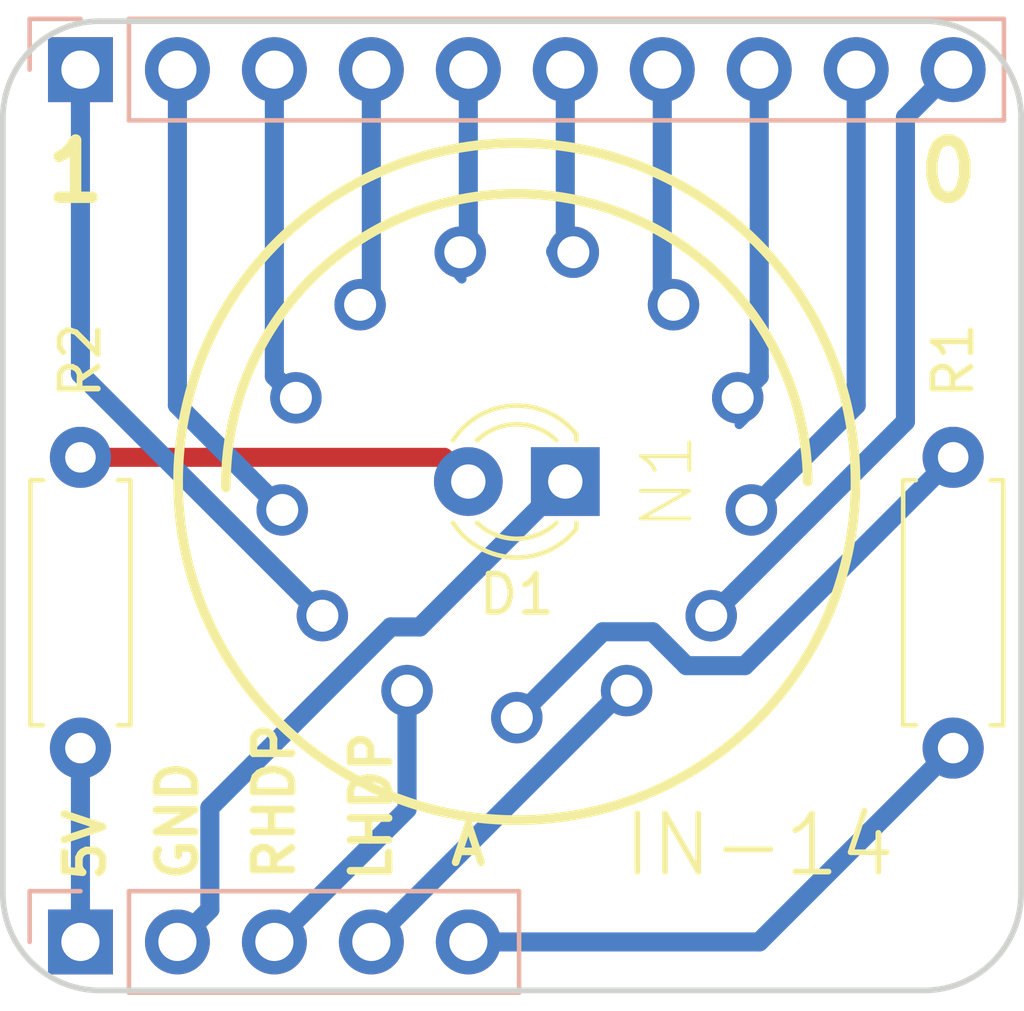
<source format=kicad_pcb>
(kicad_pcb (version 4) (host pcbnew 4.0.7-e2-6376~61~ubuntu18.04.1)

  (general
    (links 17)
    (no_connects 0)
    (area 122.352999 123.114999 149.176174 148.665001)
    (thickness 1.6)
    (drawings 15)
    (tracks 48)
    (zones 0)
    (modules 6)
    (nets 18)
  )

  (page A4)
  (layers
    (0 F.Cu signal)
    (31 B.Cu signal)
    (32 B.Adhes user)
    (33 F.Adhes user)
    (34 B.Paste user)
    (35 F.Paste user)
    (36 B.SilkS user)
    (37 F.SilkS user)
    (38 B.Mask user)
    (39 F.Mask user)
    (40 Dwgs.User user)
    (41 Cmts.User user)
    (42 Eco1.User user)
    (43 Eco2.User user)
    (44 Edge.Cuts user)
    (45 Margin user)
    (46 B.CrtYd user)
    (47 F.CrtYd user)
    (48 B.Fab user)
    (49 F.Fab user)
  )

  (setup
    (last_trace_width 0.5)
    (trace_clearance 0.2)
    (zone_clearance 0.508)
    (zone_45_only no)
    (trace_min 0.2)
    (segment_width 0.2)
    (edge_width 0.15)
    (via_size 0.6)
    (via_drill 0.4)
    (via_min_size 0.4)
    (via_min_drill 0.3)
    (uvia_size 0.3)
    (uvia_drill 0.1)
    (uvias_allowed no)
    (uvia_min_size 0.2)
    (uvia_min_drill 0.1)
    (pcb_text_width 0.3)
    (pcb_text_size 1.5 1.5)
    (mod_edge_width 0.15)
    (mod_text_size 1 1)
    (mod_text_width 0.15)
    (pad_size 1.524 1.524)
    (pad_drill 0.762)
    (pad_to_mask_clearance 0.2)
    (aux_axis_origin 0 0)
    (visible_elements FFFFFFFF)
    (pcbplotparams
      (layerselection 0x010f0_80000001)
      (usegerberextensions false)
      (excludeedgelayer true)
      (linewidth 0.100000)
      (plotframeref false)
      (viasonmask false)
      (mode 1)
      (useauxorigin false)
      (hpglpennumber 1)
      (hpglpenspeed 20)
      (hpglpendiameter 15)
      (hpglpenoverlay 2)
      (psnegative false)
      (psa4output false)
      (plotreference true)
      (plotvalue true)
      (plotinvisibletext false)
      (padsonsilk false)
      (subtractmaskfromsilk false)
      (outputformat 1)
      (mirror false)
      (drillshape 0)
      (scaleselection 1)
      (outputdirectory gerber/))
  )

  (net 0 "")
  (net 1 "Net-(J1-Pad1)")
  (net 2 "Net-(J1-Pad2)")
  (net 3 "Net-(J1-Pad3)")
  (net 4 "Net-(J1-Pad4)")
  (net 5 "Net-(J1-Pad5)")
  (net 6 "Net-(J1-Pad6)")
  (net 7 "Net-(J1-Pad7)")
  (net 8 "Net-(J1-Pad8)")
  (net 9 "Net-(J1-Pad9)")
  (net 10 "Net-(J1-Pad10)")
  (net 11 "Net-(J2-Pad1)")
  (net 12 "Net-(J2-Pad3)")
  (net 13 GND)
  (net 14 "Net-(D1-Pad2)")
  (net 15 "Net-(J2-Pad4)")
  (net 16 "Net-(N1-PadA)")
  (net 17 "Net-(J2-Pad5)")

  (net_class Default "This is the default net class."
    (clearance 0.2)
    (trace_width 0.5)
    (via_dia 0.6)
    (via_drill 0.4)
    (uvia_dia 0.3)
    (uvia_drill 0.1)
    (add_net GND)
    (add_net "Net-(D1-Pad2)")
    (add_net "Net-(J1-Pad1)")
    (add_net "Net-(J1-Pad10)")
    (add_net "Net-(J1-Pad2)")
    (add_net "Net-(J1-Pad3)")
    (add_net "Net-(J1-Pad4)")
    (add_net "Net-(J1-Pad5)")
    (add_net "Net-(J1-Pad6)")
    (add_net "Net-(J1-Pad7)")
    (add_net "Net-(J1-Pad8)")
    (add_net "Net-(J1-Pad9)")
    (add_net "Net-(J2-Pad1)")
    (add_net "Net-(J2-Pad3)")
    (add_net "Net-(J2-Pad4)")
    (add_net "Net-(J2-Pad5)")
    (add_net "Net-(N1-PadA)")
  )

  (module nixies-us:nixies-us-IN-14 (layer F.Cu) (tedit 200000) (tstamp 5C2B39F5)
    (at 135.89 135.255)
    (path /5C2B38DA)
    (attr virtual)
    (fp_text reference N1 (at 3.937 0 90) (layer F.SilkS)
      (effects (font (size 1.27 1.27) (thickness 0.1016)))
    )
    (fp_text value IN-14 (at 6.35 9.525 180) (layer F.SilkS)
      (effects (font (thickness 0.15)))
    )
    (fp_circle (center 0 0) (end 0 -8.87222) (layer F.SilkS) (width 0.254))
    (fp_arc (start 0 0.07874) (end -7.62 0.15748) (angle 180) (layer F.SilkS) (width 0.254))
    (pad 0 thru_hole circle (at 5.0927 3.51536) (size 1.3462 1.3462) (drill 0.8382) (layers *.Cu *.Paste *.Mask)
      (net 10 "Net-(J1-Pad10)"))
    (pad 1 thru_hole circle (at -5.0927 3.51536) (size 1.3462 1.3462) (drill 0.8382) (layers *.Cu *.Paste *.Mask)
      (net 1 "Net-(J1-Pad1)"))
    (pad 2 thru_hole circle (at -6.14426 0.74422) (size 1.3462 1.3462) (drill 0.8382) (layers *.Cu *.Paste *.Mask)
      (net 2 "Net-(J1-Pad2)"))
    (pad 3 thru_hole circle (at -5.78612 -2.19456) (size 1.3462 1.3462) (drill 0.8382) (layers *.Cu *.Paste *.Mask)
      (net 3 "Net-(J1-Pad3)"))
    (pad 4 thru_hole circle (at -4.10464 -4.63296) (size 1.3462 1.3462) (drill 0.8382) (layers *.Cu *.Paste *.Mask)
      (net 4 "Net-(J1-Pad4)"))
    (pad 5 thru_hole circle (at -1.48082 -6.00964) (size 1.3462 1.3462) (drill 0.8382) (layers *.Cu *.Paste *.Mask)
      (net 5 "Net-(J1-Pad5)"))
    (pad 6 thru_hole circle (at 1.48082 -6.00964) (size 1.3462 1.3462) (drill 0.8382) (layers *.Cu *.Paste *.Mask)
      (net 6 "Net-(J1-Pad6)"))
    (pad 7 thru_hole circle (at 4.10464 -4.63296) (size 1.3462 1.3462) (drill 0.8382) (layers *.Cu *.Paste *.Mask)
      (net 7 "Net-(J1-Pad7)"))
    (pad 8 thru_hole circle (at 5.78612 -2.19456) (size 1.3462 1.3462) (drill 0.8382) (layers *.Cu *.Paste *.Mask)
      (net 8 "Net-(J1-Pad8)"))
    (pad 9 thru_hole circle (at 6.14426 0.74422) (size 1.3462 1.3462) (drill 0.8382) (layers *.Cu *.Paste *.Mask)
      (net 9 "Net-(J1-Pad9)"))
    (pad A thru_hole circle (at 0 6.18744) (size 1.3462 1.3462) (drill 0.8382) (layers *.Cu *.Paste *.Mask)
      (net 16 "Net-(N1-PadA)"))
    (pad LHDP thru_hole circle (at 2.87528 5.47878) (size 1.3462 1.3462) (drill 0.8382) (layers *.Cu *.Paste *.Mask)
      (net 15 "Net-(J2-Pad4)"))
    (pad RHDP thru_hole circle (at -2.87528 5.47878) (size 1.3462 1.3462) (drill 0.8382) (layers *.Cu *.Paste *.Mask)
      (net 12 "Net-(J2-Pad3)"))
  )

  (module Pin_Headers:Pin_Header_Straight_1x10_Pitch2.54mm (layer B.Cu) (tedit 5C2B74C7) (tstamp 5C2B39DD)
    (at 124.46 124.46 270)
    (descr "Through hole straight pin header, 1x10, 2.54mm pitch, single row")
    (tags "Through hole pin header THT 1x10 2.54mm single row")
    (path /5C2B3944)
    (fp_text reference J1 (at 2.159 -3.937 270) (layer B.SilkS) hide
      (effects (font (size 1 1) (thickness 0.15)) (justify mirror))
    )
    (fp_text value Conn_01x10 (at 0 -25.19 270) (layer B.Fab) hide
      (effects (font (size 1 1) (thickness 0.15)) (justify mirror))
    )
    (fp_line (start -0.635 1.27) (end 1.27 1.27) (layer B.Fab) (width 0.1))
    (fp_line (start 1.27 1.27) (end 1.27 -24.13) (layer B.Fab) (width 0.1))
    (fp_line (start 1.27 -24.13) (end -1.27 -24.13) (layer B.Fab) (width 0.1))
    (fp_line (start -1.27 -24.13) (end -1.27 0.635) (layer B.Fab) (width 0.1))
    (fp_line (start -1.27 0.635) (end -0.635 1.27) (layer B.Fab) (width 0.1))
    (fp_line (start -1.33 -24.19) (end 1.33 -24.19) (layer B.SilkS) (width 0.12))
    (fp_line (start -1.33 -1.27) (end -1.33 -24.19) (layer B.SilkS) (width 0.12))
    (fp_line (start 1.33 -1.27) (end 1.33 -24.19) (layer B.SilkS) (width 0.12))
    (fp_line (start -1.33 -1.27) (end 1.33 -1.27) (layer B.SilkS) (width 0.12))
    (fp_line (start -1.33 0) (end -1.33 1.33) (layer B.SilkS) (width 0.12))
    (fp_line (start -1.33 1.33) (end 0 1.33) (layer B.SilkS) (width 0.12))
    (fp_line (start -1.8 1.8) (end -1.8 -24.65) (layer B.CrtYd) (width 0.05))
    (fp_line (start -1.8 -24.65) (end 1.8 -24.65) (layer B.CrtYd) (width 0.05))
    (fp_line (start 1.8 -24.65) (end 1.8 1.8) (layer B.CrtYd) (width 0.05))
    (fp_line (start 1.8 1.8) (end -1.8 1.8) (layer B.CrtYd) (width 0.05))
    (fp_text user %R (at 0 -11.43 540) (layer B.Fab)
      (effects (font (size 1 1) (thickness 0.15)) (justify mirror))
    )
    (pad 1 thru_hole rect (at 0 0 270) (size 1.7 1.7) (drill 1) (layers *.Cu *.Mask)
      (net 1 "Net-(J1-Pad1)"))
    (pad 2 thru_hole oval (at 0 -2.54 270) (size 1.7 1.7) (drill 1) (layers *.Cu *.Mask)
      (net 2 "Net-(J1-Pad2)"))
    (pad 3 thru_hole oval (at 0 -5.08 270) (size 1.7 1.7) (drill 1) (layers *.Cu *.Mask)
      (net 3 "Net-(J1-Pad3)"))
    (pad 4 thru_hole oval (at 0 -7.62 270) (size 1.7 1.7) (drill 1) (layers *.Cu *.Mask)
      (net 4 "Net-(J1-Pad4)"))
    (pad 5 thru_hole oval (at 0 -10.16 270) (size 1.7 1.7) (drill 1) (layers *.Cu *.Mask)
      (net 5 "Net-(J1-Pad5)"))
    (pad 6 thru_hole oval (at 0 -12.7 270) (size 1.7 1.7) (drill 1) (layers *.Cu *.Mask)
      (net 6 "Net-(J1-Pad6)"))
    (pad 7 thru_hole oval (at 0 -15.24 270) (size 1.7 1.7) (drill 1) (layers *.Cu *.Mask)
      (net 7 "Net-(J1-Pad7)"))
    (pad 8 thru_hole oval (at 0 -17.78 270) (size 1.7 1.7) (drill 1) (layers *.Cu *.Mask)
      (net 8 "Net-(J1-Pad8)"))
    (pad 9 thru_hole oval (at 0 -20.32 270) (size 1.7 1.7) (drill 1) (layers *.Cu *.Mask)
      (net 9 "Net-(J1-Pad9)"))
    (pad 10 thru_hole oval (at 0 -22.86 270) (size 1.7 1.7) (drill 1) (layers *.Cu *.Mask)
      (net 10 "Net-(J1-Pad10)"))
    (model ${KISYS3DMOD}/Pin_Headers.3dshapes/Pin_Header_Straight_1x10_Pitch2.54mm.wrl
      (at (xyz 0 0 0))
      (scale (xyz 1 1 1))
      (rotate (xyz 0 0 0))
    )
  )

  (module Pin_Headers:Pin_Header_Straight_1x05_Pitch2.54mm (layer B.Cu) (tedit 5C2B7684) (tstamp 5C2B3DD2)
    (at 124.46 147.32 270)
    (descr "Through hole straight pin header, 1x05, 2.54mm pitch, single row")
    (tags "Through hole pin header THT 1x05 2.54mm single row")
    (path /5C2B3A60)
    (fp_text reference J2 (at -0.127 -12.7 270) (layer B.SilkS) hide
      (effects (font (size 1 1) (thickness 0.15)) (justify mirror))
    )
    (fp_text value Conn_01x05 (at 0 -12.49 270) (layer B.Fab) hide
      (effects (font (size 1 1) (thickness 0.15)) (justify mirror))
    )
    (fp_line (start -0.635 1.27) (end 1.27 1.27) (layer B.Fab) (width 0.1))
    (fp_line (start 1.27 1.27) (end 1.27 -11.43) (layer B.Fab) (width 0.1))
    (fp_line (start 1.27 -11.43) (end -1.27 -11.43) (layer B.Fab) (width 0.1))
    (fp_line (start -1.27 -11.43) (end -1.27 0.635) (layer B.Fab) (width 0.1))
    (fp_line (start -1.27 0.635) (end -0.635 1.27) (layer B.Fab) (width 0.1))
    (fp_line (start -1.33 -11.49) (end 1.33 -11.49) (layer B.SilkS) (width 0.12))
    (fp_line (start -1.33 -1.27) (end -1.33 -11.49) (layer B.SilkS) (width 0.12))
    (fp_line (start 1.33 -1.27) (end 1.33 -11.49) (layer B.SilkS) (width 0.12))
    (fp_line (start -1.33 -1.27) (end 1.33 -1.27) (layer B.SilkS) (width 0.12))
    (fp_line (start -1.33 0) (end -1.33 1.33) (layer B.SilkS) (width 0.12))
    (fp_line (start -1.33 1.33) (end 0 1.33) (layer B.SilkS) (width 0.12))
    (fp_line (start -1.8 1.8) (end -1.8 -11.95) (layer B.CrtYd) (width 0.05))
    (fp_line (start -1.8 -11.95) (end 1.8 -11.95) (layer B.CrtYd) (width 0.05))
    (fp_line (start 1.8 -11.95) (end 1.8 1.8) (layer B.CrtYd) (width 0.05))
    (fp_line (start 1.8 1.8) (end -1.8 1.8) (layer B.CrtYd) (width 0.05))
    (fp_text user %R (at 0 -5.08 540) (layer B.Fab)
      (effects (font (size 1 1) (thickness 0.15)) (justify mirror))
    )
    (pad 1 thru_hole rect (at 0 0 270) (size 1.7 1.7) (drill 1) (layers *.Cu *.Mask)
      (net 11 "Net-(J2-Pad1)"))
    (pad 2 thru_hole oval (at 0 -2.54 270) (size 1.7 1.7) (drill 1) (layers *.Cu *.Mask)
      (net 13 GND))
    (pad 3 thru_hole oval (at 0 -5.08 270) (size 1.7 1.7) (drill 1) (layers *.Cu *.Mask)
      (net 12 "Net-(J2-Pad3)"))
    (pad 4 thru_hole oval (at 0 -7.62 270) (size 1.7 1.7) (drill 1) (layers *.Cu *.Mask)
      (net 15 "Net-(J2-Pad4)"))
    (pad 5 thru_hole oval (at 0 -10.16 270) (size 1.7 1.7) (drill 1) (layers *.Cu *.Mask)
      (net 17 "Net-(J2-Pad5)"))
    (model ${KISYS3DMOD}/Pin_Headers.3dshapes/Pin_Header_Straight_1x05_Pitch2.54mm.wrl
      (at (xyz 0 0 0))
      (scale (xyz 1 1 1))
      (rotate (xyz 0 0 0))
    )
  )

  (module LEDs:LED_D3.0mm (layer F.Cu) (tedit 587A3A7B) (tstamp 5C2BDDE3)
    (at 137.16 135.255 180)
    (descr "LED, diameter 3.0mm, 2 pins")
    (tags "LED diameter 3.0mm 2 pins")
    (path /5C2B3C97)
    (fp_text reference D1 (at 1.27 -2.96 180) (layer F.SilkS)
      (effects (font (size 1 1) (thickness 0.15)))
    )
    (fp_text value LED (at 1.27 2.96 180) (layer F.Fab)
      (effects (font (size 1 1) (thickness 0.15)))
    )
    (fp_arc (start 1.27 0) (end -0.23 -1.16619) (angle 284.3) (layer F.Fab) (width 0.1))
    (fp_arc (start 1.27 0) (end -0.29 -1.235516) (angle 108.8) (layer F.SilkS) (width 0.12))
    (fp_arc (start 1.27 0) (end -0.29 1.235516) (angle -108.8) (layer F.SilkS) (width 0.12))
    (fp_arc (start 1.27 0) (end 0.229039 -1.08) (angle 87.9) (layer F.SilkS) (width 0.12))
    (fp_arc (start 1.27 0) (end 0.229039 1.08) (angle -87.9) (layer F.SilkS) (width 0.12))
    (fp_circle (center 1.27 0) (end 2.77 0) (layer F.Fab) (width 0.1))
    (fp_line (start -0.23 -1.16619) (end -0.23 1.16619) (layer F.Fab) (width 0.1))
    (fp_line (start -0.29 -1.236) (end -0.29 -1.08) (layer F.SilkS) (width 0.12))
    (fp_line (start -0.29 1.08) (end -0.29 1.236) (layer F.SilkS) (width 0.12))
    (fp_line (start -1.15 -2.25) (end -1.15 2.25) (layer F.CrtYd) (width 0.05))
    (fp_line (start -1.15 2.25) (end 3.7 2.25) (layer F.CrtYd) (width 0.05))
    (fp_line (start 3.7 2.25) (end 3.7 -2.25) (layer F.CrtYd) (width 0.05))
    (fp_line (start 3.7 -2.25) (end -1.15 -2.25) (layer F.CrtYd) (width 0.05))
    (pad 1 thru_hole rect (at 0 0 180) (size 1.8 1.8) (drill 0.9) (layers *.Cu *.Mask)
      (net 13 GND))
    (pad 2 thru_hole circle (at 2.54 0 180) (size 1.8 1.8) (drill 0.9) (layers *.Cu *.Mask)
      (net 14 "Net-(D1-Pad2)"))
    (model ${KISYS3DMOD}/LEDs.3dshapes/LED_D3.0mm.wrl
      (at (xyz 0 0 0))
      (scale (xyz 0.393701 0.393701 0.393701))
      (rotate (xyz 0 0 0))
    )
  )

  (module Resistors_ThroughHole:R_Axial_DIN0207_L6.3mm_D2.5mm_P7.62mm_Horizontal (layer F.Cu) (tedit 5C2BDDF2) (tstamp 5C2BDDE8)
    (at 147.32 134.62 270)
    (descr "Resistor, Axial_DIN0207 series, Axial, Horizontal, pin pitch=7.62mm, 0.25W = 1/4W, length*diameter=6.3*2.5mm^2, http://cdn-reichelt.de/documents/datenblatt/B400/1_4W%23YAG.pdf")
    (tags "Resistor Axial_DIN0207 series Axial Horizontal pin pitch 7.62mm 0.25W = 1/4W length 6.3mm diameter 2.5mm")
    (path /5C2B3CEE)
    (fp_text reference R1 (at -2.54 0 270) (layer F.SilkS)
      (effects (font (size 1 1) (thickness 0.15)))
    )
    (fp_text value 22k (at 3.81 2.31 270) (layer F.Fab)
      (effects (font (size 1 1) (thickness 0.15)))
    )
    (fp_line (start 0.66 -1.25) (end 0.66 1.25) (layer F.Fab) (width 0.1))
    (fp_line (start 0.66 1.25) (end 6.96 1.25) (layer F.Fab) (width 0.1))
    (fp_line (start 6.96 1.25) (end 6.96 -1.25) (layer F.Fab) (width 0.1))
    (fp_line (start 6.96 -1.25) (end 0.66 -1.25) (layer F.Fab) (width 0.1))
    (fp_line (start 0 0) (end 0.66 0) (layer F.Fab) (width 0.1))
    (fp_line (start 7.62 0) (end 6.96 0) (layer F.Fab) (width 0.1))
    (fp_line (start 0.6 -0.98) (end 0.6 -1.31) (layer F.SilkS) (width 0.12))
    (fp_line (start 0.6 -1.31) (end 7.02 -1.31) (layer F.SilkS) (width 0.12))
    (fp_line (start 7.02 -1.31) (end 7.02 -0.98) (layer F.SilkS) (width 0.12))
    (fp_line (start 0.6 0.98) (end 0.6 1.31) (layer F.SilkS) (width 0.12))
    (fp_line (start 0.6 1.31) (end 7.02 1.31) (layer F.SilkS) (width 0.12))
    (fp_line (start 7.02 1.31) (end 7.02 0.98) (layer F.SilkS) (width 0.12))
    (fp_line (start -1.05 -1.6) (end -1.05 1.6) (layer F.CrtYd) (width 0.05))
    (fp_line (start -1.05 1.6) (end 8.7 1.6) (layer F.CrtYd) (width 0.05))
    (fp_line (start 8.7 1.6) (end 8.7 -1.6) (layer F.CrtYd) (width 0.05))
    (fp_line (start 8.7 -1.6) (end -1.05 -1.6) (layer F.CrtYd) (width 0.05))
    (pad 1 thru_hole circle (at 0 0 270) (size 1.6 1.6) (drill 0.8) (layers *.Cu *.Mask)
      (net 16 "Net-(N1-PadA)"))
    (pad 2 thru_hole oval (at 7.62 0 270) (size 1.6 1.6) (drill 0.8) (layers *.Cu *.Mask)
      (net 17 "Net-(J2-Pad5)"))
    (model ${KISYS3DMOD}/Resistors_THT.3dshapes/R_Axial_DIN0207_L6.3mm_D2.5mm_P7.62mm_Horizontal.wrl
      (at (xyz 0 0 0))
      (scale (xyz 0.393701 0.393701 0.393701))
      (rotate (xyz 0 0 0))
    )
  )

  (module Resistors_ThroughHole:R_Axial_DIN0207_L6.3mm_D2.5mm_P7.62mm_Horizontal (layer F.Cu) (tedit 5C2BDDF7) (tstamp 5C2BDDED)
    (at 124.46 142.24 90)
    (descr "Resistor, Axial_DIN0207 series, Axial, Horizontal, pin pitch=7.62mm, 0.25W = 1/4W, length*diameter=6.3*2.5mm^2, http://cdn-reichelt.de/documents/datenblatt/B400/1_4W%23YAG.pdf")
    (tags "Resistor Axial_DIN0207 series Axial Horizontal pin pitch 7.62mm 0.25W = 1/4W length 6.3mm diameter 2.5mm")
    (path /5C2B3EBE)
    (fp_text reference R2 (at 10.16 0 90) (layer F.SilkS)
      (effects (font (size 1 1) (thickness 0.15)))
    )
    (fp_text value 390 (at 3.81 2.31 90) (layer F.Fab)
      (effects (font (size 1 1) (thickness 0.15)))
    )
    (fp_line (start 0.66 -1.25) (end 0.66 1.25) (layer F.Fab) (width 0.1))
    (fp_line (start 0.66 1.25) (end 6.96 1.25) (layer F.Fab) (width 0.1))
    (fp_line (start 6.96 1.25) (end 6.96 -1.25) (layer F.Fab) (width 0.1))
    (fp_line (start 6.96 -1.25) (end 0.66 -1.25) (layer F.Fab) (width 0.1))
    (fp_line (start 0 0) (end 0.66 0) (layer F.Fab) (width 0.1))
    (fp_line (start 7.62 0) (end 6.96 0) (layer F.Fab) (width 0.1))
    (fp_line (start 0.6 -0.98) (end 0.6 -1.31) (layer F.SilkS) (width 0.12))
    (fp_line (start 0.6 -1.31) (end 7.02 -1.31) (layer F.SilkS) (width 0.12))
    (fp_line (start 7.02 -1.31) (end 7.02 -0.98) (layer F.SilkS) (width 0.12))
    (fp_line (start 0.6 0.98) (end 0.6 1.31) (layer F.SilkS) (width 0.12))
    (fp_line (start 0.6 1.31) (end 7.02 1.31) (layer F.SilkS) (width 0.12))
    (fp_line (start 7.02 1.31) (end 7.02 0.98) (layer F.SilkS) (width 0.12))
    (fp_line (start -1.05 -1.6) (end -1.05 1.6) (layer F.CrtYd) (width 0.05))
    (fp_line (start -1.05 1.6) (end 8.7 1.6) (layer F.CrtYd) (width 0.05))
    (fp_line (start 8.7 1.6) (end 8.7 -1.6) (layer F.CrtYd) (width 0.05))
    (fp_line (start 8.7 -1.6) (end -1.05 -1.6) (layer F.CrtYd) (width 0.05))
    (pad 1 thru_hole circle (at 0 0 90) (size 1.6 1.6) (drill 0.8) (layers *.Cu *.Mask)
      (net 11 "Net-(J2-Pad1)"))
    (pad 2 thru_hole oval (at 7.62 0 90) (size 1.6 1.6) (drill 0.8) (layers *.Cu *.Mask)
      (net 14 "Net-(D1-Pad2)"))
    (model ${KISYS3DMOD}/Resistors_THT.3dshapes/R_Axial_DIN0207_L6.3mm_D2.5mm_P7.62mm_Horizontal.wrl
      (at (xyz 0 0 0))
      (scale (xyz 0.393701 0.393701 0.393701))
      (rotate (xyz 0 0 0))
    )
  )

  (gr_text LHDP (at 132.08 143.764 90) (layer F.SilkS)
    (effects (font (size 1 1) (thickness 0.2)))
  )
  (gr_text RHDP (at 129.54 143.637 90) (layer F.SilkS)
    (effects (font (size 1 1) (thickness 0.2)))
  )
  (gr_line (start 149.098 125.73) (end 149.098 146.05) (layer Edge.Cuts) (width 0.15))
  (gr_line (start 122.428 125.73) (end 122.428 146.05) (layer Edge.Cuts) (width 0.15))
  (gr_arc (start 124.968 146.05) (end 124.968 148.59) (angle 90) (layer Edge.Cuts) (width 0.15))
  (gr_arc (start 146.558 146.05) (end 149.098 146.05) (angle 90) (layer Edge.Cuts) (width 0.15))
  (gr_line (start 146.558 148.59) (end 124.968 148.59) (layer Edge.Cuts) (width 0.15))
  (gr_line (start 124.968 123.19) (end 146.685 123.19) (layer Edge.Cuts) (width 0.15))
  (gr_arc (start 146.558 125.73) (end 146.685 123.19) (angle 87.13759477) (layer Edge.Cuts) (width 0.15))
  (gr_arc (start 124.968 125.73) (end 122.428 125.73) (angle 90) (layer Edge.Cuts) (width 0.15))
  (gr_text 5V (at 124.587 144.78 90) (layer F.SilkS)
    (effects (font (size 1 1) (thickness 0.2)))
  )
  (gr_text GND (at 127 144.145 90) (layer F.SilkS)
    (effects (font (size 1 1) (thickness 0.2)))
  )
  (gr_text A (at 134.62 144.78) (layer F.SilkS)
    (effects (font (size 1 1) (thickness 0.2)))
  )
  (gr_text 0 (at 147.193 127.127) (layer F.SilkS)
    (effects (font (size 1.5 1.5) (thickness 0.3)))
  )
  (gr_text 1 (at 124.333 127.127) (layer F.SilkS)
    (effects (font (size 1.5 1.5) (thickness 0.3)))
  )

  (segment (start 124.46 124.46) (end 124.46 132.43306) (width 0.5) (layer B.Cu) (net 1))
  (segment (start 124.46 132.43306) (end 130.7973 138.77036) (width 0.5) (layer B.Cu) (net 1))
  (segment (start 129.74574 135.99922) (end 127 133.25348) (width 0.5) (layer B.Cu) (net 2))
  (segment (start 127 133.25348) (end 127 124.46) (width 0.5) (layer B.Cu) (net 2))
  (segment (start 129.54 124.46) (end 129.54 132.49656) (width 0.5) (layer B.Cu) (net 3))
  (segment (start 129.54 132.49656) (end 130.10388 133.06044) (width 0.5) (layer B.Cu) (net 3))
  (segment (start 132.08 124.46) (end 132.08 130.3274) (width 0.5) (layer B.Cu) (net 4))
  (segment (start 132.08 130.3274) (end 131.78536 130.62204) (width 0.5) (layer B.Cu) (net 4))
  (segment (start 134.62 124.46) (end 134.62 129.03454) (width 0.5) (layer B.Cu) (net 5))
  (segment (start 134.62 129.03454) (end 134.40918 129.24536) (width 0.5) (layer B.Cu) (net 5))
  (segment (start 134.366 129.8575) (end 134.44982 129.94132) (width 0.25) (layer B.Cu) (net 5))
  (segment (start 137.16 124.46) (end 137.16 129.03454) (width 0.5) (layer B.Cu) (net 6))
  (segment (start 137.16 129.03454) (end 137.37082 129.24536) (width 0.5) (layer B.Cu) (net 6))
  (segment (start 136.906 129.22758) (end 137.32256 129.64414) (width 0.5) (layer B.Cu) (net 6))
  (segment (start 139.7 124.46) (end 139.7 130.3274) (width 0.5) (layer B.Cu) (net 7))
  (segment (start 139.7 130.3274) (end 139.99464 130.62204) (width 0.5) (layer B.Cu) (net 7))
  (segment (start 142.24 124.46) (end 142.24 132.49656) (width 0.5) (layer B.Cu) (net 8))
  (segment (start 142.24 132.49656) (end 141.67612 133.06044) (width 0.5) (layer B.Cu) (net 8))
  (segment (start 141.986 133.48716) (end 141.71676 133.7564) (width 0.25) (layer B.Cu) (net 8))
  (segment (start 144.78 124.46) (end 144.78 133.25348) (width 0.5) (layer B.Cu) (net 9))
  (segment (start 144.78 133.25348) (end 142.03426 135.99922) (width 0.5) (layer B.Cu) (net 9))
  (segment (start 147.32 124.46) (end 146.069999 125.710001) (width 0.5) (layer B.Cu) (net 10))
  (segment (start 146.069999 125.710001) (end 146.069999 133.683061) (width 0.5) (layer B.Cu) (net 10))
  (segment (start 146.069999 133.683061) (end 141.655799 138.097261) (width 0.5) (layer B.Cu) (net 10))
  (segment (start 141.655799 138.097261) (end 140.9827 138.77036) (width 0.5) (layer B.Cu) (net 10))
  (segment (start 140.9573 139.192) (end 140.93444 139.16914) (width 0.5) (layer B.Cu) (net 10))
  (segment (start 124.46 147.32) (end 124.46 145.97) (width 0.5) (layer B.Cu) (net 11))
  (segment (start 124.46 145.97) (end 124.46 142.24) (width 0.5) (layer B.Cu) (net 11))
  (segment (start 130.389999 146.470001) (end 129.54 147.32) (width 0.5) (layer B.Cu) (net 12))
  (segment (start 133.01472 143.84528) (end 130.389999 146.470001) (width 0.5) (layer B.Cu) (net 12))
  (segment (start 133.01472 140.73378) (end 133.01472 143.84528) (width 0.5) (layer B.Cu) (net 12))
  (segment (start 127 147.32) (end 127.849999 146.470001) (width 0.5) (layer B.Cu) (net 13))
  (segment (start 127.849999 146.470001) (end 127.849999 143.803001) (width 0.5) (layer B.Cu) (net 13))
  (segment (start 127.849999 143.803001) (end 132.588 139.065) (width 0.5) (layer B.Cu) (net 13))
  (segment (start 132.588 139.065) (end 133.35 139.065) (width 0.5) (layer B.Cu) (net 13))
  (segment (start 133.35 139.065) (end 137.16 135.255) (width 0.5) (layer B.Cu) (net 13))
  (segment (start 124.46 134.62) (end 133.985 134.62) (width 0.5) (layer F.Cu) (net 14))
  (segment (start 133.985 134.62) (end 134.62 135.255) (width 0.5) (layer F.Cu) (net 14))
  (segment (start 132.08 147.32) (end 138.66622 140.73378) (width 0.5) (layer B.Cu) (net 15))
  (segment (start 138.66622 140.73378) (end 138.76528 140.73378) (width 0.5) (layer B.Cu) (net 15))
  (segment (start 147.32 134.62) (end 141.859 140.081) (width 0.5) (layer B.Cu) (net 16))
  (segment (start 141.859 140.081) (end 140.335 140.081) (width 0.5) (layer B.Cu) (net 16))
  (segment (start 139.446 139.192) (end 138.14044 139.192) (width 0.5) (layer B.Cu) (net 16))
  (segment (start 138.14044 139.192) (end 136.563099 140.769341) (width 0.5) (layer B.Cu) (net 16))
  (segment (start 140.335 140.081) (end 139.446 139.192) (width 0.5) (layer B.Cu) (net 16))
  (segment (start 136.563099 140.769341) (end 135.89 141.44244) (width 0.5) (layer B.Cu) (net 16))
  (segment (start 134.62 147.32) (end 142.24 147.32) (width 0.5) (layer B.Cu) (net 17))
  (segment (start 142.24 147.32) (end 147.32 142.24) (width 0.5) (layer B.Cu) (net 17))

)

</source>
